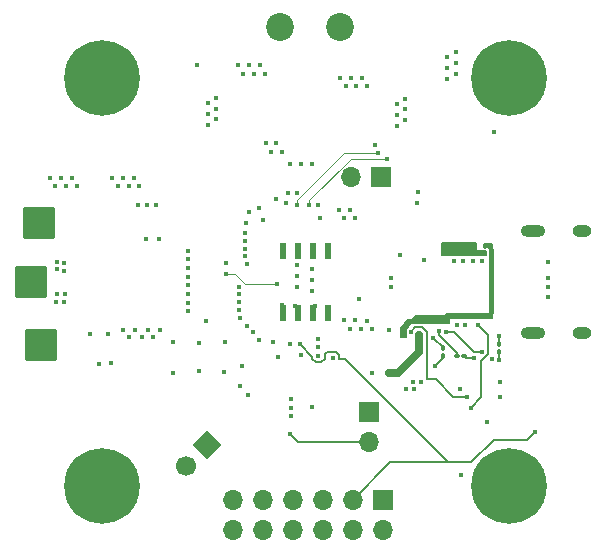
<source format=gbr>
%TF.GenerationSoftware,KiCad,Pcbnew,7.0.9*%
%TF.CreationDate,2024-02-12T03:50:36+01:00*%
%TF.ProjectId,MTR_Tiny_MD,4d54525f-5469-46e7-995f-4d442e6b6963,rev?*%
%TF.SameCoordinates,Original*%
%TF.FileFunction,Copper,L6,Bot*%
%TF.FilePolarity,Positive*%
%FSLAX46Y46*%
G04 Gerber Fmt 4.6, Leading zero omitted, Abs format (unit mm)*
G04 Created by KiCad (PCBNEW 7.0.9) date 2024-02-12 03:50:36*
%MOMM*%
%LPD*%
G01*
G04 APERTURE LIST*
G04 Aperture macros list*
%AMRoundRect*
0 Rectangle with rounded corners*
0 $1 Rounding radius*
0 $2 $3 $4 $5 $6 $7 $8 $9 X,Y pos of 4 corners*
0 Add a 4 corners polygon primitive as box body*
4,1,4,$2,$3,$4,$5,$6,$7,$8,$9,$2,$3,0*
0 Add four circle primitives for the rounded corners*
1,1,$1+$1,$2,$3*
1,1,$1+$1,$4,$5*
1,1,$1+$1,$6,$7*
1,1,$1+$1,$8,$9*
0 Add four rect primitives between the rounded corners*
20,1,$1+$1,$2,$3,$4,$5,0*
20,1,$1+$1,$4,$5,$6,$7,0*
20,1,$1+$1,$6,$7,$8,$9,0*
20,1,$1+$1,$8,$9,$2,$3,0*%
%AMHorizOval*
0 Thick line with rounded ends*
0 $1 width*
0 $2 $3 position (X,Y) of the first rounded end (center of the circle)*
0 $4 $5 position (X,Y) of the second rounded end (center of the circle)*
0 Add line between two ends*
20,1,$1,$2,$3,$4,$5,0*
0 Add two circle primitives to create the rounded ends*
1,1,$1,$2,$3*
1,1,$1,$4,$5*%
%AMRotRect*
0 Rectangle, with rotation*
0 The origin of the aperture is its center*
0 $1 length*
0 $2 width*
0 $3 Rotation angle, in degrees counterclockwise*
0 Add horizontal line*
21,1,$1,$2,0,0,$3*%
G04 Aperture macros list end*
%TA.AperFunction,NonConductor*%
%ADD10C,0.200000*%
%TD*%
%TA.AperFunction,ComponentPad*%
%ADD11R,1.700000X1.700000*%
%TD*%
%TA.AperFunction,ComponentPad*%
%ADD12O,1.700000X1.700000*%
%TD*%
%TA.AperFunction,ComponentPad*%
%ADD13RoundRect,0.165000X1.210000X-1.210000X1.210000X1.210000X-1.210000X1.210000X-1.210000X-1.210000X0*%
%TD*%
%TA.AperFunction,ComponentPad*%
%ADD14C,0.800000*%
%TD*%
%TA.AperFunction,ComponentPad*%
%ADD15C,6.400000*%
%TD*%
%TA.AperFunction,ComponentPad*%
%ADD16C,2.362200*%
%TD*%
%TA.AperFunction,ComponentPad*%
%ADD17O,2.100000X1.000000*%
%TD*%
%TA.AperFunction,ComponentPad*%
%ADD18O,1.600000X1.000000*%
%TD*%
%TA.AperFunction,ComponentPad*%
%ADD19RotRect,1.700000X1.700000X315.000000*%
%TD*%
%TA.AperFunction,ComponentPad*%
%ADD20HorizOval,1.700000X0.000000X0.000000X0.000000X0.000000X0*%
%TD*%
%TA.AperFunction,SMDPad,CuDef*%
%ADD21RoundRect,0.100000X0.100000X-0.130000X0.100000X0.130000X-0.100000X0.130000X-0.100000X-0.130000X0*%
%TD*%
%TA.AperFunction,SMDPad,CuDef*%
%ADD22RoundRect,0.100000X0.130000X0.100000X-0.130000X0.100000X-0.130000X-0.100000X0.130000X-0.100000X0*%
%TD*%
%TA.AperFunction,SMDPad,CuDef*%
%ADD23R,0.558000X1.394200*%
%TD*%
%TA.AperFunction,ViaPad*%
%ADD24C,0.450000*%
%TD*%
%TA.AperFunction,Conductor*%
%ADD25C,0.100000*%
%TD*%
%TA.AperFunction,Conductor*%
%ADD26C,0.200000*%
%TD*%
%TA.AperFunction,Conductor*%
%ADD27C,0.700000*%
%TD*%
%TA.AperFunction,Conductor*%
%ADD28C,0.300000*%
%TD*%
G04 APERTURE END LIST*
D10*
X120775000Y-103025000D02*
X117125000Y-103025000D01*
X117125000Y-103450000D01*
X113975000Y-103450000D01*
X113500000Y-103975000D01*
X113500000Y-104650000D01*
X113100000Y-104650000D01*
X113100000Y-103875000D01*
X113675000Y-103250000D01*
X116900000Y-103250000D01*
X116900000Y-102750000D01*
X120600000Y-102750000D01*
X120600000Y-97075000D01*
X120100000Y-97075000D01*
X120100000Y-96800000D01*
X120775000Y-96800000D01*
X120775000Y-103025000D01*
%TA.AperFunction,NonConductor*%
G36*
X120775000Y-103025000D02*
G01*
X117125000Y-103025000D01*
X117125000Y-103450000D01*
X113975000Y-103450000D01*
X113500000Y-103975000D01*
X113500000Y-104650000D01*
X113100000Y-104650000D01*
X113100000Y-103875000D01*
X113675000Y-103250000D01*
X116900000Y-103250000D01*
X116900000Y-102750000D01*
X120600000Y-102750000D01*
X120600000Y-97075000D01*
X120100000Y-97075000D01*
X120100000Y-96800000D01*
X120775000Y-96800000D01*
X120775000Y-103025000D01*
G37*
%TD.AperFunction*%
X119212500Y-97425000D02*
X120287500Y-97425000D01*
X120287500Y-97700000D01*
X119212500Y-97700000D01*
X119212500Y-97425000D01*
%TA.AperFunction,NonConductor*%
G36*
X119212500Y-97425000D02*
G01*
X120287500Y-97425000D01*
X120287500Y-97700000D01*
X119212500Y-97700000D01*
X119212500Y-97425000D01*
G37*
%TD.AperFunction*%
X116600000Y-96700000D02*
X119450000Y-96700000D01*
X119450000Y-97700000D01*
X116600000Y-97700000D01*
X116600000Y-96700000D01*
%TA.AperFunction,NonConductor*%
G36*
X116600000Y-96700000D02*
G01*
X119450000Y-96700000D01*
X119450000Y-97700000D01*
X116600000Y-97700000D01*
X116600000Y-96700000D01*
G37*
%TD.AperFunction*%
D11*
%TO.P,J5,1*%
%TO.N,GND*%
X110400000Y-111025000D03*
D12*
%TO.P,J5,2*%
%TO.N,DOUT*%
X110400000Y-113565000D03*
%TD*%
D13*
%TO.P,H12,1,1*%
%TO.N,OUTC*%
X82620000Y-105310000D03*
%TD*%
D14*
%TO.P,H1,1,1*%
%TO.N,GND*%
X119850000Y-117250000D03*
X120552944Y-115552944D03*
X120552944Y-118947056D03*
X122250000Y-114850000D03*
D15*
X122250000Y-117250000D03*
D14*
X122250000Y-119650000D03*
X123947056Y-115552944D03*
X123947056Y-118947056D03*
X124650000Y-117250000D03*
%TD*%
%TO.P,H3,1,1*%
%TO.N,GND*%
X119850000Y-82750000D03*
X120552944Y-81052944D03*
X120552944Y-84447056D03*
X122250000Y-80350000D03*
D15*
X122250000Y-82750000D03*
D14*
X122250000Y-85150000D03*
X123947056Y-81052944D03*
X123947056Y-84447056D03*
X124650000Y-82750000D03*
%TD*%
%TO.P,H8,1,1*%
%TO.N,GND*%
X85350000Y-82750000D03*
X86052944Y-81052944D03*
X86052944Y-84447056D03*
X87750000Y-80350000D03*
D15*
X87750000Y-82750000D03*
D14*
X87750000Y-85150000D03*
X89447056Y-81052944D03*
X89447056Y-84447056D03*
X90150000Y-82750000D03*
%TD*%
%TO.P,H9,1,1*%
%TO.N,GND*%
X85350000Y-117250000D03*
X86052944Y-115552944D03*
X86052944Y-118947056D03*
X87750000Y-114850000D03*
D15*
X87750000Y-117250000D03*
D14*
X87750000Y-119650000D03*
X89447056Y-115552944D03*
X89447056Y-118947056D03*
X90150000Y-117250000D03*
%TD*%
D16*
%TO.P,J6,1,1*%
%TO.N,/VM*%
X107890000Y-78450000D03*
%TO.P,J6,2,2*%
%TO.N,GND*%
X102890000Y-78450000D03*
%TD*%
D17*
%TO.P,J1,S1,SHIELD*%
%TO.N,unconnected-(J1-SHIELD-PadS1)*%
X124280000Y-104370000D03*
D18*
X128460000Y-104370000D03*
D17*
X124280000Y-95730000D03*
D18*
X128460000Y-95730000D03*
%TD*%
D19*
%TO.P,J3,1*%
%TO.N,SWD*%
X96700000Y-113800000D03*
D20*
%TO.P,J3,2*%
%TO.N,SWCLK*%
X94903949Y-115596051D03*
%TD*%
D11*
%TO.P,J2,1*%
%TO.N,3V3_BUCK*%
X111540000Y-118450000D03*
D12*
%TO.P,J2,2*%
%TO.N,GND*%
X111540000Y-120990000D03*
%TO.P,J2,3*%
%TO.N,GPIO23*%
X109000000Y-118450000D03*
%TO.P,J2,4*%
%TO.N,GPIO21*%
X109000000Y-120990000D03*
%TO.P,J2,5*%
%TO.N,+VBUS_OUT*%
X106460000Y-118450000D03*
%TO.P,J2,6*%
%TO.N,GPIO20*%
X106460000Y-120990000D03*
%TO.P,J2,7*%
%TO.N,GPIO25*%
X103920000Y-118450000D03*
%TO.P,J2,8*%
%TO.N,GPIO2*%
X103920000Y-120990000D03*
%TO.P,J2,9*%
%TO.N,GPIO24*%
X101380000Y-118450000D03*
%TO.P,J2,10*%
%TO.N,GPIO3*%
X101380000Y-120990000D03*
%TO.P,J2,11*%
%TO.N,GPIO22*%
X98840000Y-118450000D03*
%TO.P,J2,12*%
%TO.N,GPIO9*%
X98840000Y-120990000D03*
%TD*%
D13*
%TO.P,H11,1,1*%
%TO.N,OUTB*%
X81740000Y-100030000D03*
%TD*%
%TO.P,H10,1,1*%
%TO.N,OUTA*%
X82440000Y-95030000D03*
%TD*%
D11*
%TO.P,J4,1*%
%TO.N,UART_TX*%
X111400000Y-91100000D03*
D12*
%TO.P,J4,2*%
%TO.N,UART_RX*%
X108860000Y-91100000D03*
%TD*%
D21*
%TO.P,VbusMin1,1,A*%
%TO.N,GND*%
X116625000Y-106270000D03*
%TO.P,VbusMin1,2,B*%
%TO.N,VBUS_MIN*%
X116625000Y-105630000D03*
%TD*%
%TO.P,Coarse1,1,A*%
%TO.N,3V3_BUCK*%
X121425000Y-105895000D03*
%TO.P,Coarse1,2,B*%
%TO.N,ISNK_COARSE*%
X121425000Y-105255000D03*
%TD*%
%TO.P,Vbus1,1,A*%
%TO.N,+VBUS*%
X120200000Y-97570000D03*
%TO.P,Vbus1,2,B*%
%TO.N,DRAIN_1*%
X120200000Y-96930000D03*
%TD*%
D22*
%TO.P,VbusMax1,1,A*%
%TO.N,3V3_BUCK*%
X118450000Y-106275000D03*
%TO.P,VbusMax1,2,B*%
%TO.N,VBUS_MAX*%
X117810000Y-106275000D03*
%TD*%
D23*
%TO.P,U6,1,VDD5V*%
%TO.N,3V3_BUCK*%
X103095000Y-97347100D03*
%TO.P,U6,2,VDD3V3*%
X104365000Y-97347100D03*
%TO.P,U6,3,OUT*%
%TO.N,PWM_Out*%
X105635000Y-97347100D03*
%TO.P,U6,4,GND*%
%TO.N,GND*%
X106905000Y-97347100D03*
%TO.P,U6,5,PGO*%
%TO.N,unconnected-(U6-PGO-Pad5)*%
X106905000Y-102652900D03*
%TO.P,U6,6,SDA*%
%TO.N,I2C_SDA*%
X105635000Y-102652900D03*
%TO.P,U6,7,SCL*%
%TO.N,I2C_SCL*%
X104365000Y-102652900D03*
%TO.P,U6,8,DIR*%
%TO.N,DIR_Pin*%
X103095000Y-102652900D03*
%TD*%
D24*
%TO.N,+1V1*%
X102600000Y-100175000D03*
X98300000Y-99325000D03*
X109507082Y-101412452D03*
%TO.N,3V3_BUCK*%
X108775000Y-93900000D03*
X103000000Y-88975000D03*
X109225000Y-94600000D03*
X112725000Y-85850000D03*
X109225000Y-103250000D03*
X108300000Y-103250000D03*
X121425000Y-106575000D03*
X110200000Y-103300000D03*
X112725000Y-86775000D03*
X104275000Y-92450000D03*
X121450000Y-108500000D03*
X114450000Y-93305000D03*
X110600000Y-103950000D03*
X108300000Y-94600000D03*
X113425000Y-84475000D03*
X95800000Y-81625000D03*
X103550000Y-92450000D03*
X88575000Y-106900000D03*
X103775000Y-109925000D03*
X113425000Y-86325000D03*
X98300000Y-98403750D03*
X103750000Y-110675000D03*
X119300469Y-106449000D03*
X120975000Y-87350000D03*
X113425000Y-85400000D03*
X103750000Y-111375000D03*
X104365000Y-97347100D03*
X103095000Y-97347100D03*
X102650000Y-106400000D03*
X101625000Y-88275000D03*
X108750000Y-103950000D03*
X109675000Y-103950000D03*
X102075000Y-88975000D03*
X102550000Y-88275000D03*
X107850000Y-93900000D03*
X112725000Y-84925000D03*
%TO.N,Current_A*%
X95050000Y-97350000D03*
X93750000Y-105050000D03*
%TO.N,Current_B*%
X95950000Y-105150000D03*
X95096127Y-98045630D03*
%TO.N,Current_C*%
X95091757Y-98791757D03*
X98150000Y-105050000D03*
%TO.N,VREF*%
X95100000Y-99550000D03*
X107349500Y-106425000D03*
X96545878Y-103354122D03*
%TO.N,DOUT*%
X103675000Y-112900000D03*
%TO.N,GPIO25*%
X105550000Y-110625000D03*
%TO.N,USB_D+*%
X125500000Y-99700000D03*
X112280000Y-99700000D03*
%TO.N,USB_D-*%
X125500000Y-100400000D03*
X112280000Y-100400000D03*
%TO.N,GPIO24*%
X104665322Y-106162026D03*
%TO.N,GPIO22*%
X103674500Y-105250000D03*
%TO.N,GPIO9*%
X101435523Y-94764477D03*
%TO.N,GPIO3*%
X106100000Y-93500000D03*
%TO.N,GPIO2*%
X106275500Y-94550000D03*
%TO.N,GPIO20*%
X101100000Y-104900000D03*
%TO.N,GPIO21*%
X102250000Y-105100000D03*
%TO.N,SWD*%
X99413337Y-101053153D03*
%TO.N,SWCLK*%
X99403721Y-100403722D03*
%TO.N,RUN*%
X118150000Y-116350000D03*
X120350000Y-111825000D03*
X99398827Y-101702494D03*
%TO.N,nFAULT*%
X102500000Y-92950000D03*
X87550000Y-106950000D03*
%TO.N,I2C_SDA*%
X105850000Y-102025000D03*
X105300000Y-93500000D03*
X119925000Y-98224500D03*
X111950000Y-89575000D03*
%TO.N,I2C_SCL*%
X119175000Y-98224500D03*
X111161833Y-89081555D03*
X104100000Y-102000000D03*
X104250000Y-93500000D03*
%TO.N,nSLEEP*%
X88250000Y-104400000D03*
X103360523Y-93289477D03*
%TO.N,DRVOFF*%
X101100000Y-93750000D03*
X86750000Y-104375000D03*
%TO.N,INLC*%
X92699000Y-104081112D03*
X100250000Y-94100000D03*
%TO.N,INHC*%
X92125000Y-104700000D03*
X99950000Y-95000000D03*
%TO.N,INLB*%
X91649500Y-104100000D03*
X99924500Y-95890475D03*
%TO.N,INHB*%
X91125000Y-104675000D03*
X99924500Y-96539978D03*
%TO.N,INLA*%
X99924500Y-97189481D03*
X90600000Y-104100000D03*
%TO.N,INHA*%
X99924500Y-97838984D03*
X90075000Y-104700000D03*
%TO.N,SPI_MISO*%
X95075000Y-102475000D03*
X99400004Y-102351995D03*
%TO.N,SPI_SS*%
X95100000Y-100300000D03*
X99450000Y-103100000D03*
%TO.N,SPI_SCK*%
X95100000Y-101050000D03*
X100050000Y-103700000D03*
%TO.N,SPI_MOSI*%
X100600000Y-104250000D03*
X95075000Y-101775000D03*
%TO.N,DIR_Pin*%
X103025000Y-101975000D03*
%TO.N,GPIO23*%
X104500000Y-105250000D03*
X124400000Y-112700000D03*
%TO.N,Net-(U1-GPIO26_ADC0)*%
X106024500Y-104850000D03*
X93750000Y-107675000D03*
%TO.N,Net-(U1-GPIO27_ADC1)*%
X106062250Y-105553151D03*
X95975000Y-107575000D03*
%TO.N,Net-(U1-GPIO28_ADC2)*%
X98125000Y-107600000D03*
X106100000Y-106300000D03*
%TO.N,+VBUS_OUT*%
X114105885Y-108505885D03*
X113524500Y-109075000D03*
X114225000Y-109075000D03*
X114796947Y-108505885D03*
%TO.N,VBUS_MIN*%
X115816207Y-104735585D03*
%TO.N,ISNK_FINE*%
X119603575Y-103625500D03*
X119000000Y-110675000D03*
%TO.N,ALIM*%
X99275000Y-81675000D03*
X99725000Y-82375000D03*
X89100000Y-91900000D03*
X101575000Y-82375000D03*
X101125000Y-81675000D03*
X88650000Y-91200000D03*
X100200000Y-81675000D03*
X100650000Y-82375000D03*
X117725000Y-81475000D03*
X117725000Y-82400000D03*
X90025000Y-91900000D03*
X117025000Y-81925000D03*
X89575000Y-91200000D03*
X117025000Y-81000000D03*
X120775709Y-106558511D03*
X90950000Y-91900000D03*
X117025000Y-82850000D03*
X90500000Y-91200000D03*
X117725000Y-80550000D03*
%TO.N,+VBUS_FET_EN*%
X116927796Y-104214207D03*
X119925500Y-105924500D03*
%TO.N,GATE*%
X118686622Y-109711622D03*
X113908148Y-104246945D03*
%TO.N,SAFE_PWR_EN*%
X117825000Y-103625500D03*
%TO.N,SOURCE*%
X112050000Y-107725000D03*
X114625000Y-104500000D03*
%TO.N,/CC1*%
X117575081Y-98224500D03*
X125525000Y-101300000D03*
%TO.N,/CC2*%
X118302241Y-98224500D03*
X125525000Y-98300000D03*
%TO.N,GND*%
X84600000Y-98425000D03*
X103725000Y-90025000D03*
X104650000Y-90025000D03*
X97450000Y-85325000D03*
X110675000Y-107725000D03*
X84725000Y-91875000D03*
X115965500Y-107124500D03*
X96750000Y-84850000D03*
X92325000Y-93450000D03*
X108400000Y-83400000D03*
X105550000Y-98900000D03*
X99423819Y-108849500D03*
X113000000Y-97700000D03*
X104325000Y-99475000D03*
X96750000Y-86700000D03*
X107950000Y-82700000D03*
X100150000Y-109550000D03*
X89534311Y-104075626D03*
X112050000Y-104050000D03*
X84600000Y-99075000D03*
X108875000Y-82700000D03*
X105550000Y-100750000D03*
X84650000Y-101050000D03*
X85650000Y-91875000D03*
X110925000Y-88450000D03*
X84525000Y-101675000D03*
X105575000Y-90025000D03*
X106875000Y-97350000D03*
X83875000Y-101675000D03*
X96750000Y-85775000D03*
X100053721Y-98475500D03*
X105550000Y-99825000D03*
X90825000Y-93449500D03*
X83800000Y-91875000D03*
X92594990Y-96369990D03*
X97450000Y-84400000D03*
X83350000Y-91175000D03*
X84275000Y-91175000D03*
X110250000Y-83400000D03*
X85200000Y-91175000D03*
X104325000Y-98550000D03*
X115075000Y-98175000D03*
X104325000Y-100400000D03*
X109800000Y-82700000D03*
X91575000Y-93450000D03*
X114500000Y-92375000D03*
X84000000Y-101050000D03*
X99625000Y-107125500D03*
X83975000Y-98950000D03*
X83975000Y-98300000D03*
X121450000Y-109775000D03*
X91491622Y-96366622D03*
X97450000Y-86250000D03*
X109325000Y-83400000D03*
%TO.N,ISNK_COARSE*%
X121425000Y-104600000D03*
X118544319Y-103614638D03*
%TO.N,VBUS_MAX*%
X116278490Y-104198242D03*
%TO.N,+VBUS*%
X118425000Y-96924500D03*
X117650000Y-96924500D03*
X119250000Y-96925000D03*
X116825000Y-96924000D03*
%TO.N,DRAIN_1*%
X118075000Y-109100000D03*
X113300000Y-104475000D03*
%TD*%
D25*
%TO.N,+1V1*%
X98996751Y-99325000D02*
X99846751Y-100175000D01*
X98300000Y-99325000D02*
X98996751Y-99325000D01*
X99846751Y-100175000D02*
X102600000Y-100175000D01*
D26*
%TO.N,3V3_BUCK*%
X118450000Y-106275000D02*
X118624000Y-106449000D01*
X121425000Y-105895000D02*
X121425000Y-106575000D01*
X118624000Y-106449000D02*
X119300469Y-106449000D01*
%TO.N,DOUT*%
X103675000Y-112900000D02*
X104340000Y-113565000D01*
X104340000Y-113565000D02*
X110400000Y-113565000D01*
D25*
%TO.N,I2C_SDA*%
X111950000Y-89575000D02*
X108829365Y-89575000D01*
X105300000Y-93104365D02*
X105300000Y-93500000D01*
X108829365Y-89575000D02*
X105300000Y-93104365D01*
%TO.N,I2C_SCL*%
X104250000Y-93100000D02*
X104250000Y-93500000D01*
X111155278Y-89075000D02*
X108275000Y-89075000D01*
X108275000Y-89075000D02*
X104250000Y-93100000D01*
X111161833Y-89081555D02*
X111155278Y-89075000D01*
D26*
%TO.N,GPIO23*%
X106317463Y-106825000D02*
X105882537Y-106825000D01*
X105575000Y-106325000D02*
X104500000Y-105250000D01*
X106807537Y-105900000D02*
X106625000Y-106082537D01*
X109000000Y-118450000D02*
X112175000Y-115275000D01*
X112175000Y-115275000D02*
X117625000Y-115275000D01*
X108350000Y-106550000D02*
X107874500Y-106550000D01*
X123750000Y-113350000D02*
X120950000Y-113350000D01*
X117075000Y-115275000D02*
X108350000Y-106550000D01*
X106625000Y-106082537D02*
X106625000Y-106517463D01*
X107566963Y-105900000D02*
X106807537Y-105900000D01*
X105882537Y-106825000D02*
X105575000Y-106517463D01*
X107874500Y-106207537D02*
X107566963Y-105900000D01*
X117625000Y-115275000D02*
X117075000Y-115275000D01*
X106625000Y-106517463D02*
X106317463Y-106825000D01*
X107874500Y-106550000D02*
X107874500Y-106207537D01*
X124400000Y-112700000D02*
X123750000Y-113350000D01*
X105575000Y-106517463D02*
X105575000Y-106325000D01*
X119025000Y-115275000D02*
X117625000Y-115275000D01*
X120950000Y-113350000D02*
X119025000Y-115275000D01*
%TO.N,VBUS_MIN*%
X116625000Y-105544378D02*
X116625000Y-105630000D01*
X115816207Y-104735585D02*
X116625000Y-105544378D01*
%TO.N,ISNK_FINE*%
X119000000Y-110675000D02*
X119900000Y-109775000D01*
X120450500Y-104472425D02*
X119603575Y-103625500D01*
X119900000Y-109775000D02*
X119900000Y-106692463D01*
X119900000Y-106692463D02*
X120450500Y-106141963D01*
X120450500Y-106141963D02*
X120450500Y-104472425D01*
%TO.N,+VBUS_FET_EN*%
X117579892Y-104214207D02*
X116927796Y-104214207D01*
X119925500Y-105924500D02*
X119290185Y-105924500D01*
X119290185Y-105924500D02*
X117579892Y-104214207D01*
%TO.N,GATE*%
X116050000Y-108250000D02*
X115283525Y-108250000D01*
X115283525Y-104239286D02*
X114894239Y-103850000D01*
X118686622Y-109711622D02*
X117511622Y-109711622D01*
X117511622Y-109711622D02*
X116050000Y-108250000D01*
X114305093Y-103850000D02*
X113908148Y-104246945D01*
X115283525Y-108250000D02*
X115283525Y-104239286D01*
X114894239Y-103850000D02*
X114305093Y-103850000D01*
D27*
%TO.N,SOURCE*%
X114625000Y-105950000D02*
X114625000Y-104500000D01*
X112850000Y-107725000D02*
X114625000Y-105950000D01*
X112050000Y-107725000D02*
X112850000Y-107725000D01*
D26*
%TO.N,GND*%
X116625000Y-106270000D02*
X116625000Y-106465000D01*
X116625000Y-106465000D02*
X115965500Y-107124500D01*
%TO.N,ISNK_COARSE*%
X121425000Y-105255000D02*
X121425000Y-104600000D01*
%TO.N,VBUS_MAX*%
X116278490Y-104487805D02*
X117810000Y-106019315D01*
X116278490Y-104198242D02*
X116278490Y-104487805D01*
X117810000Y-106019315D02*
X117810000Y-106275000D01*
D28*
%TO.N,+VBUS*%
X120120500Y-97649500D02*
X120150000Y-97620000D01*
X120150000Y-97620000D02*
X120150000Y-97570000D01*
X117650000Y-96924500D02*
X118425000Y-96924500D01*
X117649500Y-96924000D02*
X117650000Y-96924500D01*
X119249500Y-96924500D02*
X119250000Y-96925000D01*
X116825000Y-96924000D02*
X117649500Y-96924000D01*
X118425000Y-96924500D02*
X119249500Y-96924500D01*
X119250000Y-96925000D02*
X119250000Y-97625000D01*
X119274500Y-97649500D02*
X120120500Y-97649500D01*
X119250000Y-97625000D02*
X119274500Y-97649500D01*
%TO.N,DRAIN_1*%
X113300000Y-104475000D02*
X113295000Y-104470000D01*
X114341920Y-103000000D02*
X120475000Y-103000000D01*
X113300000Y-104475000D02*
X113300000Y-104041920D01*
X120475000Y-103000000D02*
X120800000Y-102675000D01*
X120428896Y-96930000D02*
X120200000Y-96930000D01*
X113300000Y-104041920D02*
X114341920Y-103000000D01*
X120800000Y-102675000D02*
X120800000Y-97301104D01*
X120800000Y-97301104D02*
X120428896Y-96930000D01*
%TD*%
M02*

</source>
